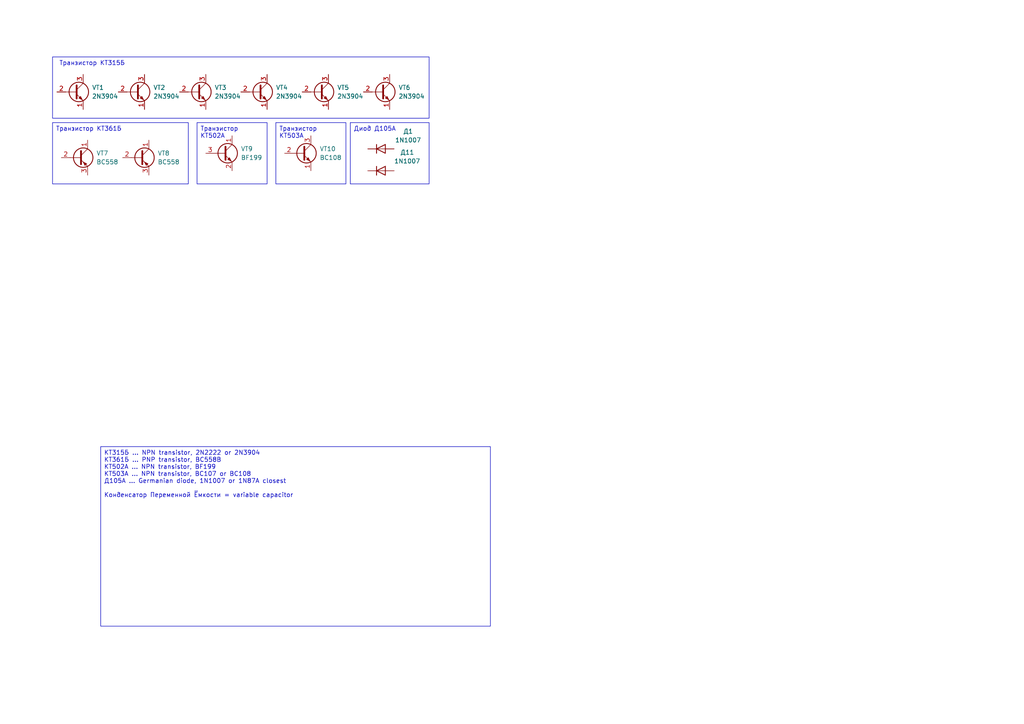
<source format=kicad_sch>
(kicad_sch (version 20250114) (generator "eeschema") (generator_version "9.0")
  (paper "A4")
  (title_block (title "RadioKonstruktors") (date "3/NOV/2025") (rev "WIP") (company "Brett Hallen") (comment 1 "www.youtube.com/@Brfff"))
  (lib_symbols
    (symbol "Diode:1N914" (pin_numbers (hide yes)) (pin_names (hide yes))
      (property "Reference" "D" (at 0 2.54 0))
      (property "Value" "1N914" (at 0 -2.54 0))
      (symbol "1N914_0_1"
        (polyline (pts (xy -1.27 1.27) (xy -1.27 -1.27)) (stroke (width 0.254)))
        (polyline (pts (xy 1.27 1.27) (xy 1.27 -1.27) (xy -1.27 0) (xy 1.27 1.27)) (stroke (width 0.254)))
        (polyline (pts (xy 1.27 0) (xy -1.27 0)))
      )
      (symbol "1N914_1_1"
        (pin passive line (at -3.81 0 0) (length 2.54) (name "K") (number "1"))
        (pin passive line (at 3.81 0 180) (length 2.54) (name "A") (number "2"))
      )
    )
    (symbol "Transistor_BJT:2N3904" (pin_names (offset 0) (hide yes))
      (property "Reference" "Q" (at 5.08 1.905 0))
      (property "Value" "2N3904" (at 5.08 0 0))
      (symbol "2N3904_0_1"
        (polyline (pts (xy -2.54 0) (xy 0.635 0)))
        (polyline (pts (xy 0.635 1.905) (xy 0.635 -1.905)) (stroke (width 0.508)))
        (circle (center 1.27 0) (radius 2.8194) (stroke (width 0.254)))
      )
      (symbol "2N3904_1_1"
        (polyline (pts (xy 0.635 0.635) (xy 2.54 2.54)))
        (polyline (pts (xy 0.635 -0.635) (xy 2.54 -2.54)))
        (polyline (pts (xy 1.27 -1.778) (xy 1.778 -1.27) (xy 2.286 -2.286) (xy 1.27 -1.778)) (fill (type outline)))
        (pin input line (at -5.08 0 0) (length 2.54) (name "B") (number "2"))
        (pin passive line (at 2.54 5.08 270) (length 2.54) (name "C") (number "3"))
        (pin passive line (at 2.54 -5.08 90) (length 2.54) (name "E") (number "1"))
      )
    )
    (symbol "Transistor_BJT:BC108" (pin_names (offset 0) (hide yes))
      (property "Reference" "Q" (at 5.08 1.905 0))
      (property "Value" "BC108" (at 5.08 0 0))
      (symbol "BC108_0_1"
        (polyline (pts (xy -2.54 0) (xy 0.635 0)))
        (polyline (pts (xy 0.635 1.905) (xy 0.635 -1.905)) (stroke (width 0.508)))
        (circle (center 1.27 0) (radius 2.8194) (stroke (width 0.254)))
      )
      (symbol "BC108_1_1"
        (polyline (pts (xy 0.635 0.635) (xy 2.54 2.54)))
        (polyline (pts (xy 0.635 -0.635) (xy 2.54 -2.54)))
        (polyline (pts (xy 1.27 -1.778) (xy 1.778 -1.27) (xy 2.286 -2.286) (xy 1.27 -1.778)) (fill (type outline)))
        (pin input line (at -5.08 0 0) (length 2.54) (name "B") (number "2"))
        (pin passive line (at 2.54 5.08 270) (length 2.54) (name "C") (number "3"))
        (pin passive line (at 2.54 -5.08 90) (length 2.54) (name "E") (number "1"))
      )
    )
    (symbol "Transistor_BJT:BC558" (pin_names (offset 0) (hide yes))
      (property "Reference" "Q" (at 5.08 1.905 0))
      (property "Value" "BC558" (at 5.08 0 0))
      (symbol "BC558_0_1"
        (polyline (pts (xy -2.54 0) (xy 0.635 0)))
        (polyline (pts (xy 0.635 1.905) (xy 0.635 -1.905)) (stroke (width 0.508)))
        (polyline (pts (xy 0.635 0.635) (xy 2.54 2.54)))
        (polyline (pts (xy 0.635 -0.635) (xy 2.54 -2.54)))
        (circle (center 1.27 0) (radius 2.8194) (stroke (width 0.254)))
        (polyline (pts (xy 2.286 -1.778) (xy 1.778 -2.286) (xy 1.27 -1.27) (xy 2.286 -1.778)) (fill (type outline)))
      )
      (symbol "BC558_1_1"
        (pin input line (at -5.08 0 0) (length 2.54) (name "B") (number "2"))
        (pin passive line (at 2.54 5.08 270) (length 2.54) (name "C") (number "1"))
        (pin passive line (at 2.54 -5.08 90) (length 2.54) (name "E") (number "3"))
      )
    )
    (symbol "Transistor_BJT:BF199" (pin_names (offset 0) (hide yes))
      (property "Reference" "Q" (at 5.08 1.905 0))
      (property "Value" "BF199" (at 5.08 0 0))
      (symbol "BF199_0_1"
        (polyline (pts (xy -2.54 0) (xy 0.635 0)))
        (polyline (pts (xy 0.635 1.905) (xy 0.635 -1.905)) (stroke (width 0.508)))
        (circle (center 1.27 0) (radius 2.8194) (stroke (width 0.254)))
      )
      (symbol "BF199_1_1"
        (polyline (pts (xy 0.635 0.635) (xy 2.54 2.54)))
        (polyline (pts (xy 0.635 -0.635) (xy 2.54 -2.54)))
        (polyline (pts (xy 1.27 -1.778) (xy 1.778 -1.27) (xy 2.286 -2.286) (xy 1.27 -1.778)) (fill (type outline)))
        (pin input line (at -5.08 0 0) (length 2.54) (name "B") (number "3"))
        (pin passive line (at 2.54 5.08 270) (length 2.54) (name "C") (number "1"))
        (pin passive line (at 2.54 -5.08 90) (length 2.54) (name "E") (number "2"))
      )
    )
  )
  (text_box "Транзистор КТ503А" (at 80.01 35.56 0) (size 20.32 17.78) (margins 0.9525 0.9525 0.9525 0.9525) (effects (font (size 1.27 1.27)) (justify left top)))
  (text_box "КТ315Б ... NPN transistor, 2N2222 or 2N3904\nКТ361Б ... PNP transistor, BC558B\nКТ502А ... NPN transistor, BF199\nКТ503А ... NPN transistor, BC107 or BC108\nД105А ... Germanian diode, 1N1007 or 1N87A closest\n\nКонденсатор Переменной Ёмкости = variable capacitor" (at 29.21 129.54 0) (size 113.03 52.07) (margins 0.9525 0.9525 0.9525 0.9525) (effects (font (size 1.27 1.27)) (justify left top)))
  (text_box "Диод Д105А" (at 101.6 35.56 0) (size 22.86 17.78) (margins 0.9525 0.9525 0.9525 0.9525) (effects (font (size 1.27 1.27)) (justify left top)))
  (text_box "Транзистор КТ502А" (at 57.15 35.56 0) (size 20.32 17.78) (margins 0.9525 0.9525 0.9525 0.9525) (effects (font (size 1.27 1.27)) (justify left top)))
  (text_box " Транзистор КТ315Б" (at 15.24 16.51 0) (size 109.22 17.78) (margins 0.9525 0.9525 0.9525 0.9525) (effects (font (size 1.27 1.27)) (justify left top)))
  (text_box "Транзистор КТ361Б" (at 15.24 35.56 0) (size 39.37 17.78) (margins 0.9525 0.9525 0.9525 0.9525) (effects (font (size 1.27 1.27)) (justify left top)))
  (symbol (lib_id "Transistor_BJT:2N3904") (at 57.15 26.67 0) (unit 1)
    (property "Reference" "VT3" (at 62.23 25.3999 0) (effects (justify left)))
    (property "Value" "2N3904" (at 62.23 27.9399 0) (effects (justify left)))
    (property "Footprint" "Package_TO_SOT_THT:TO-92_Inline" (effects (hide yes)))
    (property "Datasheet" "https://www.onsemi.com/pub/Collateral/2N3903-D.PDF" (effects (hide yes)))
    (property "Description" "0.2A Ic, 40V Vce, Small Signal NPN Transistor, TO-92" (effects (hide yes)))
  )
  (symbol (lib_id "Transistor_BJT:2N3904") (at 92.71 26.67 0) (unit 1)
    (property "Reference" "VT5" (at 97.79 25.3999 0) (effects (justify left)))
    (property "Value" "2N3904" (at 97.79 27.9399 0) (effects (justify left)))
    (property "Footprint" "Package_TO_SOT_THT:TO-92_Inline" (effects (hide yes)))
    (property "Datasheet" "https://www.onsemi.com/pub/Collateral/2N3903-D.PDF" (effects (hide yes)))
    (property "Description" "0.2A Ic, 40V Vce, Small Signal NPN Transistor, TO-92" (effects (hide yes)))
  )
  (symbol (lib_id "Transistor_BJT:BC108") (at 87.63 44.45 0) (unit 1)
    (property "Reference" "VT10" (at 92.71 43.1799 0) (effects (justify left)))
    (property "Value" "BC108" (at 92.71 45.7199 0) (effects (justify left)))
    (property "Footprint" "Package_TO_SOT_THT:TO-18-3" (effects (hide yes)))
    (property "Datasheet" "http://www.b-kainka.de/Daten/Transistor/BC108.pdf" (effects (hide yes)))
    (property "Description" "0.1A Ic, 30V Vce, Low Noise General Purpose NPN Transistor, TO-18" (effects (hide yes)))
  )
  (symbol (lib_id "Transistor_BJT:2N3904") (at 39.37 26.67 0) (unit 1)
    (property "Reference" "VT2" (at 44.45 25.3999 0) (effects (justify left)))
    (property "Value" "2N3904" (at 44.45 27.9399 0) (effects (justify left)))
    (property "Footprint" "Package_TO_SOT_THT:TO-92_Inline" (effects (hide yes)))
    (property "Datasheet" "https://www.onsemi.com/pub/Collateral/2N3903-D.PDF" (effects (hide yes)))
    (property "Description" "0.2A Ic, 40V Vce, Small Signal NPN Transistor, TO-92" (effects (hide yes)))
  )
  (symbol (lib_id "Transistor_BJT:BC558") (at 40.64 45.72 0) (unit 1)
    (property "Reference" "VT8" (at 45.72 44.4499 0) (effects (justify left)))
    (property "Value" "BC558" (at 45.72 46.9899 0) (effects (justify left)))
    (property "Footprint" "Package_TO_SOT_THT:TO-92_Inline" (effects (hide yes)))
    (property "Datasheet" "https://www.onsemi.com/pub/Collateral/BC556BTA-D.pdf" (effects (hide yes)))
    (property "Description" "0.1A Ic, 30V Vce, PNP Small Signal Transistor, TO-92" (effects (hide yes)))
  )
  (symbol (lib_id "Transistor_BJT:BF199") (at 64.77 44.45 0) (unit 1)
    (property "Reference" "VT9" (at 69.85 43.1799 0) (effects (justify left)))
    (property "Value" "BF199" (at 69.85 45.7199 0) (effects (justify left)))
    (property "Footprint" "Package_TO_SOT_THT:TO-92_Inline" (effects (hide yes)))
    (property "Datasheet" "http://www.micropik.com/PDF/BF199.pdf" (effects (hide yes)))
    (property "Description" "50mA Ic, 25V Vce, NPN Radio Frequency Transistor, TO-220" (effects (hide yes)))
  )
  (symbol (lib_id "Diode:1N914") (at 110.49 43.18 0) (unit 1)
    (property "Reference" "Д1" (at 118.364 38.1 0))
    (property "Value" "1N1007" (at 118.364 40.64 0))
    (property "Footprint" "Diode_THT:D_DO-35_SOD27_P7.62mm_Horizontal" (effects (hide yes)))
    (property "Datasheet" "http://www.vishay.com/docs/85622/1n914.pdf" (effects (hide yes)))
    (property "Description" "100V 0.3A Small Signal Fast Switching Diode, DO-35" (effects (hide yes)))
    (property "Sim.Device" "D" (effects (hide yes)))
    (property "Sim.Pins" "1=K 2=A" (effects (hide yes)))
  )
  (symbol (lib_id "Diode:1N914") (at 110.49 49.53 0) (unit 1)
    (property "Reference" "Д11" (at 118.11 44.196 0))
    (property "Value" "1N1007" (at 118.11 46.736 0))
    (property "Footprint" "Diode_THT:D_DO-35_SOD27_P7.62mm_Horizontal" (effects (hide yes)))
    (property "Datasheet" "http://www.vishay.com/docs/85622/1n914.pdf" (effects (hide yes)))
    (property "Description" "100V 0.3A Small Signal Fast Switching Diode, DO-35" (effects (hide yes)))
    (property "Sim.Device" "D" (effects (hide yes)))
    (property "Sim.Pins" "1=K 2=A" (effects (hide yes)))
  )
  (symbol (lib_id "Transistor_BJT:2N3904") (at 110.49 26.67 0) (unit 1)
    (property "Reference" "VT6" (at 115.57 25.3999 0) (effects (justify left)))
    (property "Value" "2N3904" (at 115.57 27.9399 0) (effects (justify left)))
    (property "Footprint" "Package_TO_SOT_THT:TO-92_Inline" (effects (hide yes)))
    (property "Datasheet" "https://www.onsemi.com/pub/Collateral/2N3903-D.PDF" (effects (hide yes)))
    (property "Description" "0.2A Ic, 40V Vce, Small Signal NPN Transistor, TO-92" (effects (hide yes)))
  )
  (symbol (lib_id "Transistor_BJT:2N3904") (at 21.59 26.67 0) (unit 1)
    (property "Reference" "VT1" (at 26.67 25.3999 0) (effects (justify left)))
    (property "Value" "2N3904" (at 26.67 27.9399 0) (effects (justify left)))
    (property "Footprint" "Package_TO_SOT_THT:TO-92_Inline" (effects (hide yes)))
    (property "Datasheet" "https://www.onsemi.com/pub/Collateral/2N3903-D.PDF" (effects (hide yes)))
    (property "Description" "0.2A Ic, 40V Vce, Small Signal NPN Transistor, TO-92" (effects (hide yes)))
  )
  (symbol (lib_id "Transistor_BJT:BC558") (at 22.86 45.72 0) (unit 1)
    (property "Reference" "VT7" (at 27.94 44.4499 0) (effects (justify left)))
    (property "Value" "BC558" (at 27.94 46.9899 0) (effects (justify left)))
    (property "Footprint" "Package_TO_SOT_THT:TO-92_Inline" (effects (hide yes)))
    (property "Datasheet" "https://www.onsemi.com/pub/Collateral/BC556BTA-D.pdf" (effects (hide yes)))
    (property "Description" "0.1A Ic, 30V Vce, PNP Small Signal Transistor, TO-92" (effects (hide yes)))
  )
  (symbol (lib_id "Transistor_BJT:2N3904") (at 74.93 26.67 0) (unit 1)
    (property "Reference" "VT4" (at 80.01 25.3999 0) (effects (justify left)))
    (property "Value" "2N3904" (at 80.01 27.9399 0) (effects (justify left)))
    (property "Footprint" "Package_TO_SOT_THT:TO-92_Inline" (effects (hide yes)))
    (property "Datasheet" "https://www.onsemi.com/pub/Collateral/2N3903-D.PDF" (effects (hide yes)))
    (property "Description" "0.2A Ic, 40V Vce, Small Signal NPN Transistor, TO-92" (effects (hide yes)))
  )
)
</source>
